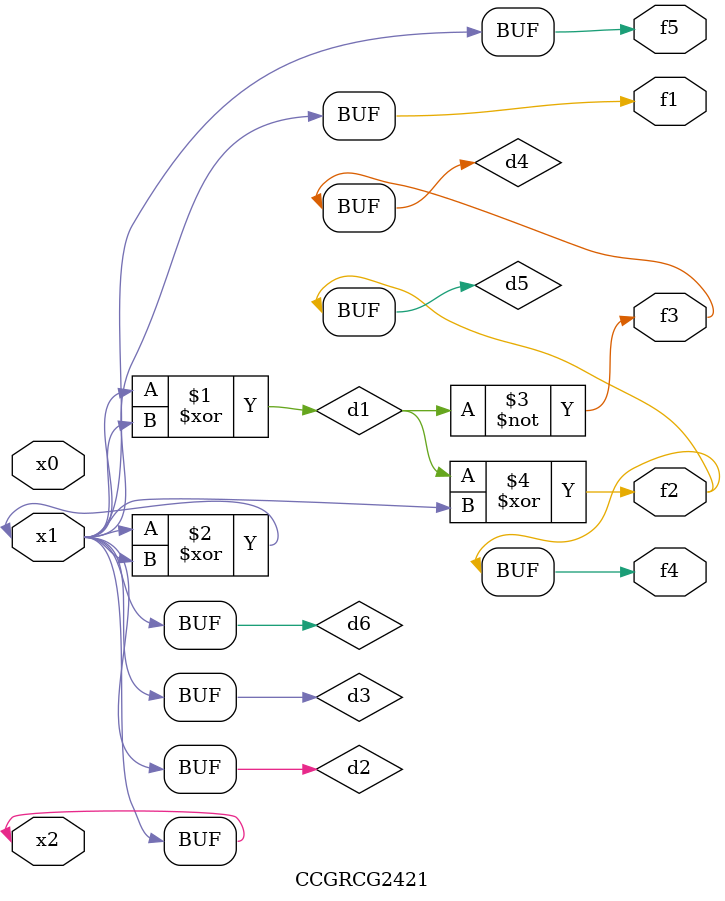
<source format=v>
module CCGRCG2421(
	input x0, x1, x2,
	output f1, f2, f3, f4, f5
);

	wire d1, d2, d3, d4, d5, d6;

	xor (d1, x1, x2);
	buf (d2, x1, x2);
	xor (d3, x1, x2);
	nor (d4, d1);
	xor (d5, d1, d2);
	buf (d6, d2, d3);
	assign f1 = d6;
	assign f2 = d5;
	assign f3 = d4;
	assign f4 = d5;
	assign f5 = d6;
endmodule

</source>
